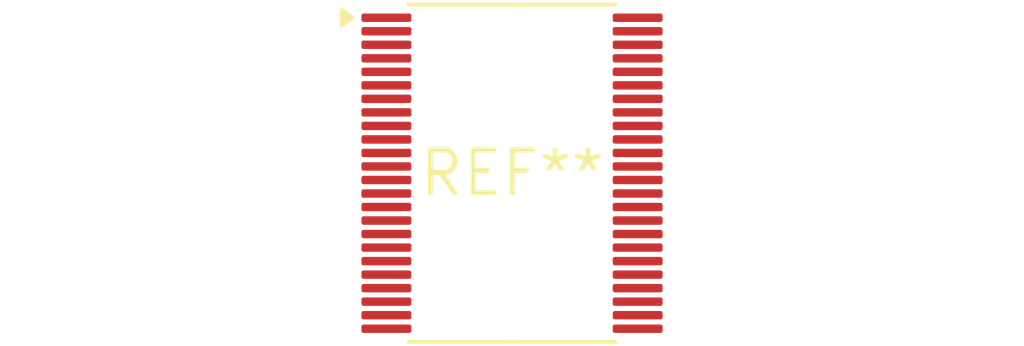
<source format=kicad_pcb>
(kicad_pcb (version 20240108) (generator pcbnew)
  (layers (0 "F.Cu" signal) (31 "B.Cu" signal) (34 "B.Paste" user) (35 "F.Paste" user) (36 "B.SilkS" user "B.Silkscreen") (37 "F.SilkS" user "F.Silkscreen") (38 "B.Mask" user) (39 "F.Mask" user) (44 "Edge.Cuts" user))
  (net 0 "")
  (footprint "TSSOP-48_6.1x9.7mm_P0.4mm" (layer "F.Cu") (at 0 0)
    (property "Reference" "REF**")
    (property "Value" "TSSOP-48_6.1x9.7mm_P0.4mm")
    (fp_line (start 0 -4.985) (end -3.05 -4.985) (layer "F.SilkS") (stroke (width 0.12)))
    (fp_line (start 0 -4.985) (end 3.05 -4.985) (layer "F.SilkS") (stroke (width 0.12)))
    (fp_line (start 0 4.985) (end -3.05 4.985) (layer "F.SilkS") (stroke (width 0.12)))
    (fp_line (start 0 4.985) (end 3.05 4.985) (layer "F.SilkS") (stroke (width 0.12)))
    (fp_poly (pts (xy -4.71 -4.6) (xy -5.04 -4.84) (xy -5.04 -4.36) (xy -4.71 -4.6)) (layer "F.SilkS") (stroke (width 0.12)) (fill solid))
    (pad "1" smd roundrect (at -3.7125 -4.6) (size 1.475 0.25) (layers "F.Cu" "F.Paste" "F.Mask"))
    (pad "2" smd roundrect (at -3.7125 -4.2) (size 1.475 0.25) (layers "F.Cu" "F.Paste" "F.Mask"))
    (pad "3" smd roundrect (at -3.7125 -3.8) (size 1.475 0.25) (layers "F.Cu" "F.Paste" "F.Mask"))
    (pad "4" smd roundrect (at -3.7125 -3.4) (size 1.475 0.25) (layers "F.Cu" "F.Paste" "F.Mask"))
    (pad "5" smd roundrect (at -3.7125 -3) (size 1.475 0.25) (layers "F.Cu" "F.Paste" "F.Mask"))
    (pad "6" smd roundrect (at -3.7125 -2.6) (size 1.475 0.25) (layers "F.Cu" "F.Paste" "F.Mask"))
    (pad "7" smd roundrect (at -3.7125 -2.2) (size 1.475 0.25) (layers "F.Cu" "F.Paste" "F.Mask"))
    (pad "8" smd roundrect (at -3.7125 -1.8) (size 1.475 0.25) (layers "F.Cu" "F.Paste" "F.Mask"))
    (pad "9" smd roundrect (at -3.7125 -1.4) (size 1.475 0.25) (layers "F.Cu" "F.Paste" "F.Mask"))
    (pad "10" smd roundrect (at -3.7125 -1) (size 1.475 0.25) (layers "F.Cu" "F.Paste" "F.Mask"))
    (pad "11" smd roundrect (at -3.7125 -0.6) (size 1.475 0.25) (layers "F.Cu" "F.Paste" "F.Mask"))
    (pad "12" smd roundrect (at -3.7125 -0.2) (size 1.475 0.25) (layers "F.Cu" "F.Paste" "F.Mask"))
    (pad "13" smd roundrect (at -3.7125 0.2) (size 1.475 0.25) (layers "F.Cu" "F.Paste" "F.Mask"))
    (pad "14" smd roundrect (at -3.7125 0.6) (size 1.475 0.25) (layers "F.Cu" "F.Paste" "F.Mask"))
    (pad "15" smd roundrect (at -3.7125 1) (size 1.475 0.25) (layers "F.Cu" "F.Paste" "F.Mask"))
    (pad "16" smd roundrect (at -3.7125 1.4) (size 1.475 0.25) (layers "F.Cu" "F.Paste" "F.Mask"))
    (pad "17" smd roundrect (at -3.7125 1.8) (size 1.475 0.25) (layers "F.Cu" "F.Paste" "F.Mask"))
    (pad "18" smd roundrect (at -3.7125 2.2) (size 1.475 0.25) (layers "F.Cu" "F.Paste" "F.Mask"))
    (pad "19" smd roundrect (at -3.7125 2.6) (size 1.475 0.25) (layers "F.Cu" "F.Paste" "F.Mask"))
    (pad "20" smd roundrect (at -3.7125 3) (size 1.475 0.25) (layers "F.Cu" "F.Paste" "F.Mask"))
    (pad "21" smd roundrect (at -3.7125 3.4) (size 1.475 0.25) (layers "F.Cu" "F.Paste" "F.Mask"))
    (pad "22" smd roundrect (at -3.7125 3.8) (size 1.475 0.25) (layers "F.Cu" "F.Paste" "F.Mask"))
    (pad "23" smd roundrect (at -3.7125 4.2) (size 1.475 0.25) (layers "F.Cu" "F.Paste" "F.Mask"))
    (pad "24" smd roundrect (at -3.7125 4.6) (size 1.475 0.25) (layers "F.Cu" "F.Paste" "F.Mask"))
    (pad "25" smd roundrect (at 3.7125 4.6) (size 1.475 0.25) (layers "F.Cu" "F.Paste" "F.Mask"))
    (pad "26" smd roundrect (at 3.7125 4.2) (size 1.475 0.25) (layers "F.Cu" "F.Paste" "F.Mask"))
    (pad "27" smd roundrect (at 3.7125 3.8) (size 1.475 0.25) (layers "F.Cu" "F.Paste" "F.Mask"))
    (pad "28" smd roundrect (at 3.7125 3.4) (size 1.475 0.25) (layers "F.Cu" "F.Paste" "F.Mask"))
    (pad "29" smd roundrect (at 3.7125 3) (size 1.475 0.25) (layers "F.Cu" "F.Paste" "F.Mask"))
    (pad "30" smd roundrect (at 3.7125 2.6) (size 1.475 0.25) (layers "F.Cu" "F.Paste" "F.Mask"))
    (pad "31" smd roundrect (at 3.7125 2.2) (size 1.475 0.25) (layers "F.Cu" "F.Paste" "F.Mask"))
    (pad "32" smd roundrect (at 3.7125 1.8) (size 1.475 0.25) (layers "F.Cu" "F.Paste" "F.Mask"))
    (pad "33" smd roundrect (at 3.7125 1.4) (size 1.475 0.25) (layers "F.Cu" "F.Paste" "F.Mask"))
    (pad "34" smd roundrect (at 3.7125 1) (size 1.475 0.25) (layers "F.Cu" "F.Paste" "F.Mask"))
    (pad "35" smd roundrect (at 3.7125 0.6) (size 1.475 0.25) (layers "F.Cu" "F.Paste" "F.Mask"))
    (pad "36" smd roundrect (at 3.7125 0.2) (size 1.475 0.25) (layers "F.Cu" "F.Paste" "F.Mask"))
    (pad "37" smd roundrect (at 3.7125 -0.2) (size 1.475 0.25) (layers "F.Cu" "F.Paste" "F.Mask"))
    (pad "38" smd roundrect (at 3.7125 -0.6) (size 1.475 0.25) (layers "F.Cu" "F.Paste" "F.Mask"))
    (pad "39" smd roundrect (at 3.7125 -1) (size 1.475 0.25) (layers "F.Cu" "F.Paste" "F.Mask"))
    (pad "40" smd roundrect (at 3.7125 -1.4) (size 1.475 0.25) (layers "F.Cu" "F.Paste" "F.Mask"))
    (pad "41" smd roundrect (at 3.7125 -1.8) (size 1.475 0.25) (layers "F.Cu" "F.Paste" "F.Mask"))
    (pad "42" smd roundrect (at 3.7125 -2.2) (size 1.475 0.25) (layers "F.Cu" "F.Paste" "F.Mask"))
    (pad "43" smd roundrect (at 3.7125 -2.6) (size 1.475 0.25) (layers "F.Cu" "F.Paste" "F.Mask"))
    (pad "44" smd roundrect (at 3.7125 -3) (size 1.475 0.25) (layers "F.Cu" "F.Paste" "F.Mask"))
    (pad "45" smd roundrect (at 3.7125 -3.4) (size 1.475 0.25) (layers "F.Cu" "F.Paste" "F.Mask"))
    (pad "46" smd roundrect (at 3.7125 -3.8) (size 1.475 0.25) (layers "F.Cu" "F.Paste" "F.Mask"))
    (pad "47" smd roundrect (at 3.7125 -4.2) (size 1.475 0.25) (layers "F.Cu" "F.Paste" "F.Mask"))
    (pad "48" smd roundrect (at 3.7125 -4.6) (size 1.475 0.25) (layers "F.Cu" "F.Paste" "F.Mask"))
  )
)
</source>
